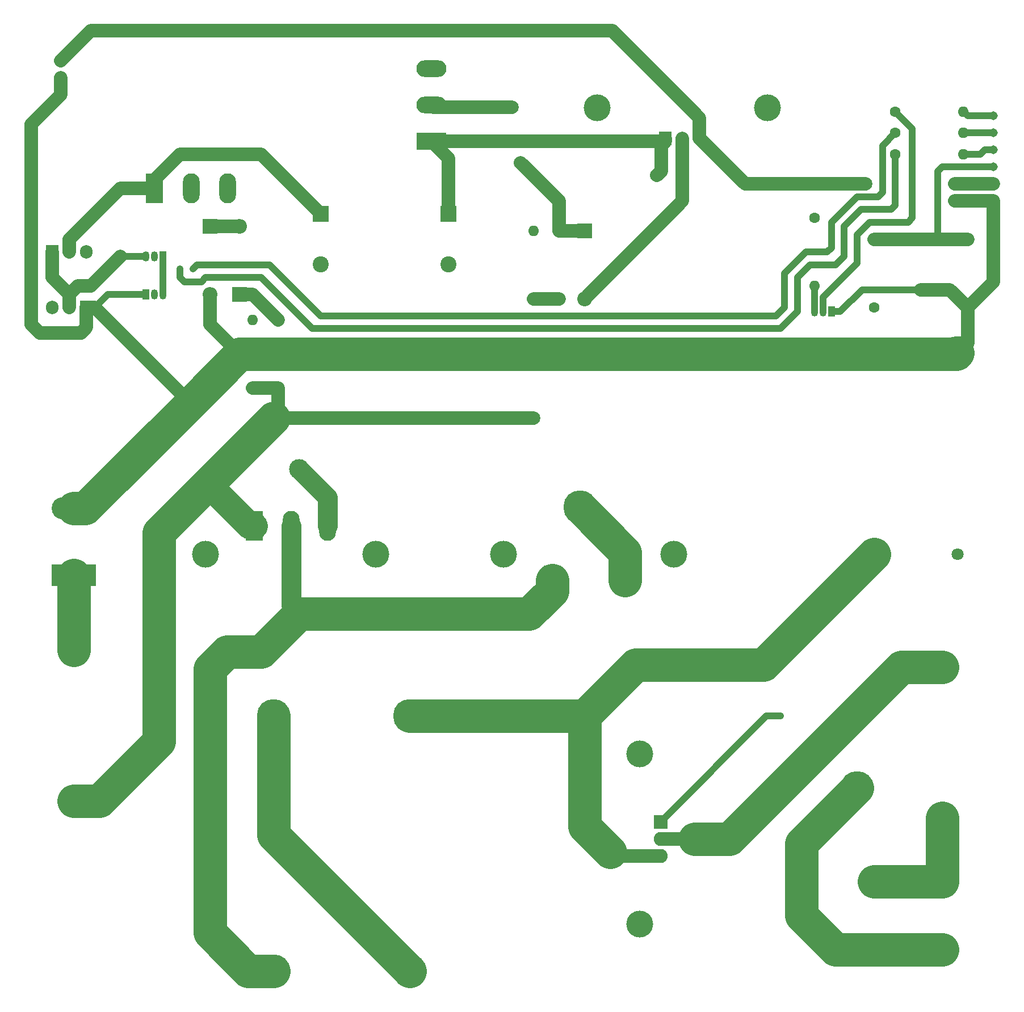
<source format=gbr>
%TF.GenerationSoftware,KiCad,Pcbnew,(5.1.7)-1*%
%TF.CreationDate,2020-10-24T18:30:36+02:00*%
%TF.ProjectId,dcconverter,6463636f-6e76-4657-9274-65722e6b6963,rev?*%
%TF.SameCoordinates,Original*%
%TF.FileFunction,Copper,L2,Bot*%
%TF.FilePolarity,Positive*%
%FSLAX46Y46*%
G04 Gerber Fmt 4.6, Leading zero omitted, Abs format (unit mm)*
G04 Created by KiCad (PCBNEW (5.1.7)-1) date 2020-10-24 18:30:36*
%MOMM*%
%LPD*%
G01*
G04 APERTURE LIST*
%TA.AperFunction,ComponentPad*%
%ADD10C,5.000000*%
%TD*%
%TA.AperFunction,ComponentPad*%
%ADD11C,2.400000*%
%TD*%
%TA.AperFunction,ComponentPad*%
%ADD12R,2.400000X2.400000*%
%TD*%
%TA.AperFunction,ComponentPad*%
%ADD13C,4.000000*%
%TD*%
%TA.AperFunction,ComponentPad*%
%ADD14O,1.905000X2.000000*%
%TD*%
%TA.AperFunction,ComponentPad*%
%ADD15R,1.905000X2.000000*%
%TD*%
%TA.AperFunction,ComponentPad*%
%ADD16C,1.310000*%
%TD*%
%TA.AperFunction,ComponentPad*%
%ADD17R,1.800000X1.800000*%
%TD*%
%TA.AperFunction,ComponentPad*%
%ADD18C,1.800000*%
%TD*%
%TA.AperFunction,ComponentPad*%
%ADD19C,2.000000*%
%TD*%
%TA.AperFunction,ComponentPad*%
%ADD20R,2.500000X4.500000*%
%TD*%
%TA.AperFunction,ComponentPad*%
%ADD21O,2.500000X4.500000*%
%TD*%
%TA.AperFunction,ComponentPad*%
%ADD22R,2.200000X2.200000*%
%TD*%
%TA.AperFunction,ComponentPad*%
%ADD23O,2.200000X2.200000*%
%TD*%
%TA.AperFunction,ComponentPad*%
%ADD24C,3.000000*%
%TD*%
%TA.AperFunction,ComponentPad*%
%ADD25R,6.600000X3.300000*%
%TD*%
%TA.AperFunction,ComponentPad*%
%ADD26O,6.600000X3.300000*%
%TD*%
%TA.AperFunction,ComponentPad*%
%ADD27R,2.085000X2.085000*%
%TD*%
%TA.AperFunction,ComponentPad*%
%ADD28C,2.085000*%
%TD*%
%TA.AperFunction,ComponentPad*%
%ADD29R,4.500000X2.500000*%
%TD*%
%TA.AperFunction,ComponentPad*%
%ADD30O,4.500000X2.500000*%
%TD*%
%TA.AperFunction,ComponentPad*%
%ADD31R,1.050000X1.500000*%
%TD*%
%TA.AperFunction,ComponentPad*%
%ADD32O,1.050000X1.500000*%
%TD*%
%TA.AperFunction,ComponentPad*%
%ADD33C,1.600000*%
%TD*%
%TA.AperFunction,ComponentPad*%
%ADD34O,1.600000X1.600000*%
%TD*%
%TA.AperFunction,ViaPad*%
%ADD35C,5.000000*%
%TD*%
%TA.AperFunction,ViaPad*%
%ADD36C,2.000000*%
%TD*%
%TA.AperFunction,ViaPad*%
%ADD37C,3.000000*%
%TD*%
%TA.AperFunction,ViaPad*%
%ADD38C,1.000000*%
%TD*%
%TA.AperFunction,Conductor*%
%ADD39C,5.000000*%
%TD*%
%TA.AperFunction,Conductor*%
%ADD40C,2.000000*%
%TD*%
%TA.AperFunction,Conductor*%
%ADD41C,1.000000*%
%TD*%
%TA.AperFunction,Conductor*%
%ADD42C,3.000000*%
%TD*%
%TA.AperFunction,Conductor*%
%ADD43C,4.000000*%
%TD*%
G04 APERTURE END LIST*
D10*
%TO.P,L1,3*%
%TO.N,Net-(L1-Pad2)*%
X55880000Y-123825000D03*
%TO.P,L1,1*%
%TO.N,Net-(D1-Pad1)*%
X55880000Y-161925000D03*
%TO.P,L1,4*%
%TO.N,Net-(C1-Pad1)*%
X76200000Y-123825000D03*
%TO.P,L1,2*%
%TO.N,Net-(L1-Pad2)*%
X76200000Y-161925000D03*
%TD*%
D11*
%TO.P,C4,2*%
%TO.N,Net-(C1-Pad2)*%
X62865000Y-56395000D03*
D12*
%TO.P,C4,1*%
%TO.N,Net-(C4-Pad1)*%
X62865000Y-48895000D03*
%TD*%
D11*
%TO.P,C3,2*%
%TO.N,Net-(C1-Pad2)*%
X81915000Y-56395000D03*
D12*
%TO.P,C3,1*%
%TO.N,Net-(C3-Pad1)*%
X81915000Y-48895000D03*
%TD*%
D13*
%TO.P,HS-Q1,1*%
%TO.N,Net-(HS-Q1-Pad1)*%
X45720000Y-99695000D03*
X71120000Y-99695000D03*
%TD*%
D14*
%TO.P,Q8,3*%
%TO.N,Net-(Q1-Pad3)*%
X22860000Y-62865000D03*
%TO.P,Q8,2*%
%TO.N,Net-(Q5-Pad3)*%
X25400000Y-62865000D03*
D15*
%TO.P,Q8,1*%
%TO.N,Net-(C1-Pad2)*%
X27940000Y-62865000D03*
%TD*%
D16*
%TO.P,J5,2*%
%TO.N,Net-(IC1-Pad3)*%
X157480000Y-44450000D03*
%TO.P,J5,1*%
%TO.N,Net-(C1-Pad2)*%
X157480000Y-46990000D03*
%TD*%
%TO.P,J4,2*%
%TO.N,Net-(IC1-Pad3)*%
X24130000Y-26035000D03*
%TO.P,J4,1*%
%TO.N,Net-(C1-Pad2)*%
X24130000Y-28575000D03*
%TD*%
D17*
%TO.P,C1,1*%
%TO.N,Net-(C1-Pad1)*%
X145415000Y-99695000D03*
D18*
%TO.P,C1,2*%
%TO.N,Net-(C1-Pad2)*%
X157915000Y-99695000D03*
%TD*%
D19*
%TO.P,C2,1*%
%TO.N,Net-(C2-Pad1)*%
X152400000Y-52705000D03*
%TO.P,C2,2*%
%TO.N,Net-(C1-Pad2)*%
X152400000Y-60205000D03*
%TD*%
D20*
%TO.P,D1,1*%
%TO.N,Net-(D1-Pad1)*%
X97400000Y-103555000D03*
D21*
%TO.P,D1,2*%
%TO.N,Net-(C1-Pad2)*%
X108300000Y-103555000D03*
%TD*%
D22*
%TO.P,D2,1*%
%TO.N,Net-(D2-Pad1)*%
X102235000Y-51435000D03*
D23*
%TO.P,D2,2*%
%TO.N,Net-(C1-Pad2)*%
X102235000Y-61595000D03*
%TD*%
D22*
%TO.P,D3,1*%
%TO.N,Net-(D3-Pad1)*%
X50800000Y-60960000D03*
D23*
%TO.P,D3,2*%
%TO.N,Net-(D3-Pad2)*%
X50800000Y-50800000D03*
%TD*%
%TO.P,D4,2*%
%TO.N,Net-(C1-Pad2)*%
X46355000Y-60960000D03*
D22*
%TO.P,D4,1*%
%TO.N,Net-(D3-Pad2)*%
X46355000Y-50800000D03*
%TD*%
D24*
%TO.P,F1,2*%
%TO.N,Net-(F1-Pad2)*%
X26035000Y-114025000D03*
%TO.P,F1,1*%
%TO.N,Net-(F1-Pad1)*%
X26035000Y-136525000D03*
%TD*%
%TO.P,F2,1*%
%TO.N,Net-(F2-Pad1)*%
X155575000Y-139065000D03*
%TO.P,F2,2*%
%TO.N,Net-(F2-Pad2)*%
X155575000Y-116565000D03*
%TD*%
D13*
%TO.P,HS-D1,1*%
%TO.N,Net-(HS-D1-Pad1)*%
X90170000Y-99695000D03*
X115570000Y-99695000D03*
%TD*%
%TO.P,HS-IC1,1*%
%TO.N,Net-(HS-IC1-Pad1)*%
X129515001Y-33090001D03*
X104115001Y-33090001D03*
%TD*%
%TO.P,HS-Q2,1*%
%TO.N,Net-(HS-Q2-Pad1)*%
X110490000Y-154940000D03*
X110490000Y-129540000D03*
%TD*%
D15*
%TO.P,IC1,1*%
%TO.N,Net-(C3-Pad1)*%
X114300000Y-37600000D03*
D14*
%TO.P,IC1,2*%
%TO.N,Net-(C1-Pad2)*%
X116840000Y-37600000D03*
%TO.P,IC1,3*%
%TO.N,Net-(IC1-Pad3)*%
X119380000Y-37600000D03*
%TD*%
D25*
%TO.P,J1,1*%
%TO.N,Net-(F1-Pad2)*%
X26035000Y-102870000D03*
D26*
%TO.P,J1,2*%
%TO.N,Net-(C1-Pad2)*%
X26035000Y-92870000D03*
%TD*%
D16*
%TO.P,J2,1*%
%TO.N,Net-(C1-Pad2)*%
X163195000Y-46990000D03*
%TO.P,J2,2*%
%TO.N,Net-(IC1-Pad3)*%
X163195000Y-44450000D03*
%TO.P,J2,3*%
%TO.N,Net-(C2-Pad1)*%
X163195000Y-41910000D03*
%TO.P,J2,4*%
%TO.N,Net-(J2-Pad4)*%
X163195000Y-39370000D03*
%TO.P,J2,5*%
%TO.N,Net-(J2-Pad5)*%
X163195000Y-36830000D03*
%TO.P,J2,6*%
%TO.N,Net-(J2-Pad6)*%
X163195000Y-34290000D03*
%TD*%
D13*
%TO.P,J3,1*%
%TO.N,Net-(F2-Pad1)*%
X145415000Y-148590000D03*
X155575000Y-148590000D03*
%TO.P,J3,2*%
%TO.N,Net-(C1-Pad2)*%
X155575000Y-158750000D03*
X145415000Y-158750000D03*
%TD*%
D20*
%TO.P,Q1,1*%
%TO.N,Net-(F1-Pad1)*%
X52990000Y-95485000D03*
D21*
%TO.P,Q1,2*%
%TO.N,Net-(D1-Pad1)*%
X58440000Y-95485000D03*
%TO.P,Q1,3*%
%TO.N,Net-(Q1-Pad3)*%
X63890000Y-95485000D03*
%TD*%
D27*
%TO.P,Q2,1*%
%TO.N,Net-(Q10-Pad3)*%
X113560000Y-139640000D03*
D28*
%TO.P,Q2,2*%
%TO.N,Net-(F2-Pad2)*%
X113560000Y-142180000D03*
%TO.P,Q2,3*%
%TO.N,Net-(C1-Pad1)*%
X113560000Y-144720000D03*
%TD*%
D29*
%TO.P,Q3,1*%
%TO.N,Net-(C3-Pad1)*%
X79375000Y-38100000D03*
D30*
%TO.P,Q3,2*%
%TO.N,Net-(D2-Pad1)*%
X79375000Y-32650000D03*
%TO.P,Q3,3*%
%TO.N,Net-(Q3-Pad3)*%
X79375000Y-27200000D03*
%TD*%
D21*
%TO.P,Q4,3*%
%TO.N,Net-(Q4-Pad3)*%
X49000000Y-45085000D03*
%TO.P,Q4,2*%
%TO.N,Net-(D3-Pad1)*%
X43550000Y-45085000D03*
D20*
%TO.P,Q4,1*%
%TO.N,Net-(C4-Pad1)*%
X38100000Y-45085000D03*
%TD*%
D31*
%TO.P,Q5,1*%
%TO.N,Net-(Q5-Pad1)*%
X39370000Y-55245000D03*
D32*
%TO.P,Q5,3*%
%TO.N,Net-(Q5-Pad3)*%
X36830000Y-55245000D03*
%TO.P,Q5,2*%
%TO.N,Net-(Q5-Pad2)*%
X38100000Y-55245000D03*
%TD*%
%TO.P,Q6,2*%
%TO.N,Net-(Q6-Pad2)*%
X38100000Y-60960000D03*
%TO.P,Q6,3*%
%TO.N,Net-(Q5-Pad1)*%
X39370000Y-60960000D03*
D31*
%TO.P,Q6,1*%
%TO.N,Net-(C1-Pad2)*%
X36830000Y-60960000D03*
%TD*%
D15*
%TO.P,Q7,1*%
%TO.N,Net-(Q5-Pad3)*%
X22860000Y-54610000D03*
D14*
%TO.P,Q7,2*%
%TO.N,Net-(C4-Pad1)*%
X25400000Y-54610000D03*
%TO.P,Q7,3*%
%TO.N,Net-(Q1-Pad3)*%
X27940000Y-54610000D03*
%TD*%
D32*
%TO.P,Q10,2*%
%TO.N,Net-(Q10-Pad2)*%
X137795000Y-63500000D03*
%TO.P,Q10,3*%
%TO.N,Net-(Q10-Pad3)*%
X136525000Y-63500000D03*
D31*
%TO.P,Q10,1*%
%TO.N,Net-(C1-Pad2)*%
X139065000Y-63500000D03*
%TD*%
D33*
%TO.P,R1,1*%
%TO.N,Net-(C1-Pad1)*%
X145415000Y-62865000D03*
D34*
%TO.P,R1,2*%
%TO.N,Net-(C2-Pad1)*%
X145415000Y-52705000D03*
%TD*%
%TO.P,R2,2*%
%TO.N,Net-(C1-Pad2)*%
X159385000Y-62865000D03*
D33*
%TO.P,R2,1*%
%TO.N,Net-(C2-Pad1)*%
X159385000Y-52705000D03*
%TD*%
D34*
%TO.P,R3,2*%
%TO.N,Net-(D2-Pad1)*%
X98425000Y-51435000D03*
D33*
%TO.P,R3,1*%
%TO.N,Net-(F1-Pad1)*%
X98425000Y-61595000D03*
%TD*%
%TO.P,R4,1*%
%TO.N,Net-(F1-Pad1)*%
X94615000Y-61595000D03*
D34*
%TO.P,R4,2*%
%TO.N,Net-(Q3-Pad3)*%
X94615000Y-51435000D03*
%TD*%
D33*
%TO.P,R5,1*%
%TO.N,Net-(F1-Pad1)*%
X56515000Y-74930000D03*
D34*
%TO.P,R5,2*%
%TO.N,Net-(D3-Pad1)*%
X56515000Y-64770000D03*
%TD*%
%TO.P,R6,2*%
%TO.N,Net-(Q4-Pad3)*%
X52705000Y-64770000D03*
D33*
%TO.P,R6,1*%
%TO.N,Net-(F1-Pad1)*%
X52705000Y-74930000D03*
%TD*%
%TO.P,R7,1*%
%TO.N,Net-(Q5-Pad2)*%
X148590000Y-40005000D03*
D34*
%TO.P,R7,2*%
%TO.N,Net-(J2-Pad4)*%
X158750000Y-40005000D03*
%TD*%
%TO.P,R8,2*%
%TO.N,Net-(J2-Pad5)*%
X158750000Y-36830000D03*
D33*
%TO.P,R8,1*%
%TO.N,Net-(Q6-Pad2)*%
X148590000Y-36830000D03*
%TD*%
%TO.P,R9,1*%
%TO.N,Net-(C4-Pad1)*%
X33020000Y-45085000D03*
D34*
%TO.P,R9,2*%
%TO.N,Net-(Q5-Pad3)*%
X33020000Y-55245000D03*
%TD*%
%TO.P,R10,2*%
%TO.N,Net-(Q10-Pad3)*%
X136525000Y-59690000D03*
D33*
%TO.P,R10,1*%
%TO.N,Net-(C3-Pad1)*%
X136525000Y-49530000D03*
%TD*%
%TO.P,R11,1*%
%TO.N,Net-(Q10-Pad2)*%
X148590000Y-33655000D03*
D34*
%TO.P,R11,2*%
%TO.N,Net-(J2-Pad6)*%
X158750000Y-33655000D03*
%TD*%
D35*
%TO.N,Net-(C1-Pad2)*%
X142875000Y-134620000D03*
X157915000Y-69650000D03*
X101600000Y-92710000D03*
X101600000Y-69850000D03*
D36*
X62865000Y-69850000D03*
X81915000Y-69850000D03*
%TO.N,Net-(C3-Pad1)*%
X113030000Y-43180000D03*
%TO.N,Net-(D2-Pad1)*%
X92710000Y-41275000D03*
X91440000Y-33020000D03*
%TO.N,Net-(F1-Pad1)*%
X94615000Y-79375000D03*
%TO.N,Net-(IC1-Pad3)*%
X144145000Y-44450000D03*
D37*
%TO.N,Net-(Q1-Pad3)*%
X59690000Y-86995000D03*
D38*
%TO.N,Net-(Q10-Pad3)*%
X131445000Y-123825000D03*
%TO.N,Net-(Q5-Pad2)*%
X41910000Y-57150000D03*
%TO.N,Net-(Q6-Pad2)*%
X43815000Y-57150000D03*
%TD*%
D39*
%TO.N,Net-(C1-Pad1)*%
X128905000Y-116205000D02*
X109855000Y-116205000D01*
X145415000Y-99695000D02*
X128905000Y-116205000D01*
X102235000Y-123825000D02*
X109855000Y-116205000D01*
X76200000Y-123825000D02*
X102235000Y-123825000D01*
X102235000Y-123825000D02*
X102235000Y-140335000D01*
X102235000Y-140335000D02*
X106045000Y-144145000D01*
D40*
X106620000Y-144720000D02*
X113560000Y-144720000D01*
X106045000Y-144145000D02*
X106620000Y-144720000D01*
D39*
%TO.N,Net-(C1-Pad2)*%
X145415000Y-158750000D02*
X155575000Y-158750000D01*
X145415000Y-158750000D02*
X139700000Y-158750000D01*
X139700000Y-158750000D02*
X134620000Y-153670000D01*
X134620000Y-142875000D02*
X142875000Y-134620000D01*
X134620000Y-153670000D02*
X134620000Y-142875000D01*
X108300000Y-103555000D02*
X108300000Y-99410000D01*
X108300000Y-99410000D02*
X101600000Y-92710000D01*
X101600000Y-92710000D02*
X101600000Y-92710000D01*
X157715000Y-69850000D02*
X157915000Y-69650000D01*
X50800000Y-69850000D02*
X157715000Y-69850000D01*
X26035000Y-92870000D02*
X27780000Y-92870000D01*
D40*
X156725000Y-60205000D02*
X159385000Y-62865000D01*
X152400000Y-60205000D02*
X156725000Y-60205000D01*
X159385000Y-68180000D02*
X157915000Y-69650000D01*
X159385000Y-62865000D02*
X159385000Y-68180000D01*
X159385000Y-62865000D02*
X163195000Y-59055000D01*
X163195000Y-59055000D02*
X163195000Y-49530000D01*
X51435000Y-69215000D02*
X50800000Y-69850000D01*
X29210000Y-62865000D02*
X43497500Y-77152500D01*
X27940000Y-62865000D02*
X29210000Y-62865000D01*
D39*
X43497500Y-77152500D02*
X50800000Y-69850000D01*
X27780000Y-92870000D02*
X43497500Y-77152500D01*
D41*
X31115000Y-60960000D02*
X29210000Y-62865000D01*
X36830000Y-60960000D02*
X31115000Y-60960000D01*
X139065000Y-63500000D02*
X140335000Y-63500000D01*
X143630000Y-60205000D02*
X152400000Y-60205000D01*
X140335000Y-63500000D02*
X143630000Y-60205000D01*
D40*
X46355000Y-65405000D02*
X50800000Y-69850000D01*
X46355000Y-60960000D02*
X46355000Y-65405000D01*
X116840000Y-46990000D02*
X102235000Y-61595000D01*
X116840000Y-37600000D02*
X116840000Y-46990000D01*
X163195000Y-49530000D02*
X163195000Y-46990000D01*
X163195000Y-46990000D02*
X157480000Y-46990000D01*
X24130000Y-28575000D02*
X24130000Y-31115000D01*
X24130000Y-31115000D02*
X19685000Y-35560000D01*
X19685000Y-35560000D02*
X19685000Y-65405000D01*
X19685000Y-65405000D02*
X20955000Y-66675000D01*
X27940000Y-65865000D02*
X27940000Y-62865000D01*
X27130000Y-66675000D02*
X27940000Y-65865000D01*
X20955000Y-66675000D02*
X27130000Y-66675000D01*
%TO.N,Net-(C2-Pad1)*%
X152400000Y-52705000D02*
X145415000Y-52705000D01*
D41*
X163195000Y-41910000D02*
X155575000Y-41910000D01*
X155575000Y-41910000D02*
X154940000Y-42545000D01*
X154940000Y-42545000D02*
X154940000Y-52705000D01*
D40*
X154940000Y-52705000D02*
X152400000Y-52705000D01*
X159385000Y-52705000D02*
X154940000Y-52705000D01*
%TO.N,Net-(C3-Pad1)*%
X114300000Y-37600000D02*
X114165000Y-37600000D01*
X113665000Y-38100000D02*
X79375000Y-38100000D01*
X114165000Y-37600000D02*
X113665000Y-38100000D01*
X81915000Y-40640000D02*
X79375000Y-38100000D01*
X81915000Y-48895000D02*
X81915000Y-40640000D01*
X114300000Y-37600000D02*
X114300000Y-38100000D01*
X114300000Y-38100000D02*
X113665000Y-38735000D01*
X113665000Y-38735000D02*
X113665000Y-42545000D01*
X113665000Y-42545000D02*
X113030000Y-43180000D01*
X113030000Y-43180000D02*
X113030000Y-43180000D01*
%TO.N,Net-(C4-Pad1)*%
X25400000Y-52705000D02*
X25400000Y-54610000D01*
X33020000Y-45085000D02*
X25400000Y-52705000D01*
X33020000Y-45085000D02*
X38100000Y-45085000D01*
X38100000Y-45085000D02*
X38100000Y-43815000D01*
X38100000Y-43815000D02*
X41910000Y-40005000D01*
X53975000Y-40005000D02*
X62865000Y-48895000D01*
X41910000Y-40005000D02*
X53975000Y-40005000D01*
D39*
%TO.N,Net-(D1-Pad1)*%
X52070000Y-161925000D02*
X55880000Y-161925000D01*
X46355000Y-116840000D02*
X46355000Y-156210000D01*
X46355000Y-156210000D02*
X52070000Y-161925000D01*
X48895000Y-114300000D02*
X46355000Y-116840000D01*
X53975000Y-114300000D02*
X48895000Y-114300000D01*
X59690000Y-108585000D02*
X53975000Y-114300000D01*
D42*
X58440000Y-107335000D02*
X59690000Y-108585000D01*
X58440000Y-95485000D02*
X58440000Y-107335000D01*
D39*
X97400000Y-103555000D02*
X97400000Y-105165000D01*
X93980000Y-108585000D02*
X59690000Y-108585000D01*
X97400000Y-105165000D02*
X93980000Y-108585000D01*
D40*
%TO.N,Net-(D2-Pad1)*%
X102235000Y-51435000D02*
X98425000Y-51435000D01*
X98425000Y-51435000D02*
X98425000Y-46990000D01*
X98425000Y-46990000D02*
X92710000Y-41275000D01*
X92710000Y-41275000D02*
X92710000Y-41275000D01*
X79745000Y-33020000D02*
X79375000Y-32650000D01*
X91440000Y-33020000D02*
X79745000Y-33020000D01*
%TO.N,Net-(D3-Pad1)*%
X52705000Y-60960000D02*
X50800000Y-60960000D01*
X56515000Y-64770000D02*
X52705000Y-60960000D01*
%TO.N,Net-(D3-Pad2)*%
X46355000Y-50800000D02*
X50800000Y-50800000D01*
D39*
%TO.N,Net-(F1-Pad2)*%
X26035000Y-102870000D02*
X26035000Y-114025000D01*
%TO.N,Net-(F1-Pad1)*%
X26035000Y-136525000D02*
X29845000Y-136525000D01*
X29845000Y-136525000D02*
X38735000Y-127635000D01*
X38735000Y-127635000D02*
X38735000Y-96520000D01*
D43*
X52305000Y-95485000D02*
X46037500Y-89217500D01*
X52990000Y-95485000D02*
X52305000Y-95485000D01*
D39*
X46037500Y-89217500D02*
X55880000Y-79375000D01*
X38735000Y-96520000D02*
X46037500Y-89217500D01*
D40*
X56515000Y-78740000D02*
X55880000Y-79375000D01*
X56515000Y-74930000D02*
X56515000Y-78740000D01*
X56515000Y-74930000D02*
X52705000Y-74930000D01*
X98425000Y-61595000D02*
X94615000Y-61595000D01*
X57150000Y-79375000D02*
X56515000Y-78740000D01*
X94615000Y-79375000D02*
X57150000Y-79375000D01*
D39*
%TO.N,Net-(F2-Pad1)*%
X145415000Y-148590000D02*
X155575000Y-148590000D01*
X155575000Y-148590000D02*
X155575000Y-139065000D01*
D40*
%TO.N,Net-(F2-Pad2)*%
X113560000Y-142180000D02*
X118685000Y-142180000D01*
D39*
X118685000Y-142180000D02*
X123885000Y-142180000D01*
X149500000Y-116565000D02*
X155575000Y-116565000D01*
X123885000Y-142180000D02*
X149500000Y-116565000D01*
D40*
%TO.N,Net-(IC1-Pad3)*%
X163195000Y-44450000D02*
X157480000Y-44450000D01*
X126230000Y-44450000D02*
X119380000Y-37600000D01*
X144145000Y-44450000D02*
X126230000Y-44450000D01*
X119380000Y-34600000D02*
X106370000Y-21590000D01*
X119380000Y-37600000D02*
X119380000Y-34600000D01*
X28575000Y-21590000D02*
X24130000Y-26035000D01*
X106370000Y-21590000D02*
X28575000Y-21590000D01*
D41*
%TO.N,Net-(J2-Pad4)*%
X158750000Y-40005000D02*
X161290000Y-40005000D01*
X161925000Y-39370000D02*
X163195000Y-39370000D01*
X161290000Y-40005000D02*
X161925000Y-39370000D01*
%TO.N,Net-(J2-Pad5)*%
X163195000Y-36830000D02*
X158750000Y-36830000D01*
%TO.N,Net-(J2-Pad6)*%
X159385000Y-34290000D02*
X158750000Y-33655000D01*
X163195000Y-34290000D02*
X159385000Y-34290000D01*
D42*
%TO.N,Net-(Q1-Pad3)*%
X63890000Y-95485000D02*
X63890000Y-91195000D01*
X63890000Y-91195000D02*
X59690000Y-86995000D01*
X59690000Y-86995000D02*
X59690000Y-86995000D01*
D41*
%TO.N,Net-(Q10-Pad3)*%
X136525000Y-63500000D02*
X136525000Y-59690000D01*
X129375000Y-123825000D02*
X113560000Y-139640000D01*
X131445000Y-123825000D02*
X129375000Y-123825000D01*
%TO.N,Net-(Q5-Pad1)*%
X39370000Y-60960000D02*
X39370000Y-55245000D01*
D40*
%TO.N,Net-(Q5-Pad3)*%
X25400000Y-62865000D02*
X25400000Y-60960000D01*
X22860000Y-58420000D02*
X22860000Y-54610000D01*
X25400000Y-60960000D02*
X22860000Y-58420000D01*
D41*
X36830000Y-55245000D02*
X33020000Y-55245000D01*
D40*
X33020000Y-55245000D02*
X28575000Y-59690000D01*
X26670000Y-59690000D02*
X25400000Y-60960000D01*
X28575000Y-59690000D02*
X26670000Y-59690000D01*
D41*
%TO.N,Net-(Q5-Pad2)*%
X148590000Y-47625000D02*
X148590000Y-40005000D01*
X147955000Y-48260000D02*
X148590000Y-47625000D01*
X143510000Y-48260000D02*
X147955000Y-48260000D01*
X140970000Y-50800000D02*
X143510000Y-48260000D01*
X53975000Y-58420000D02*
X61595000Y-66040000D01*
X41910000Y-58420000D02*
X42545000Y-59055000D01*
X139700000Y-56515000D02*
X140970000Y-55245000D01*
X42545000Y-59055000D02*
X45085000Y-59055000D01*
X135890000Y-56515000D02*
X139700000Y-56515000D01*
X45085000Y-59055000D02*
X45720000Y-58420000D01*
X133985000Y-58420000D02*
X135890000Y-56515000D01*
X45720000Y-58420000D02*
X53975000Y-58420000D01*
X61595000Y-66040000D02*
X131445000Y-66040000D01*
X131445000Y-66040000D02*
X133985000Y-63500000D01*
X133985000Y-63500000D02*
X133985000Y-58420000D01*
X41910000Y-57150000D02*
X41910000Y-58420000D01*
X140970000Y-55245000D02*
X140970000Y-50800000D01*
%TO.N,Net-(Q6-Pad2)*%
X146685000Y-45720000D02*
X146685000Y-38735000D01*
X43815000Y-57150000D02*
X44450000Y-56515000D01*
X44450000Y-56515000D02*
X55245000Y-56515000D01*
X130810000Y-64135000D02*
X132080000Y-62865000D01*
X55245000Y-56515000D02*
X62865000Y-64135000D01*
X132080000Y-62865000D02*
X132080000Y-57785000D01*
X62865000Y-64135000D02*
X130810000Y-64135000D01*
X135255000Y-54610000D02*
X138430000Y-54610000D01*
X132080000Y-57785000D02*
X135255000Y-54610000D01*
X138430000Y-54610000D02*
X139065000Y-53975000D01*
X139065000Y-53975000D02*
X139065000Y-50165000D01*
X142875000Y-46355000D02*
X146050000Y-46355000D01*
X146685000Y-38735000D02*
X148590000Y-36830000D01*
X139065000Y-50165000D02*
X142875000Y-46355000D01*
X146050000Y-46355000D02*
X146685000Y-45720000D01*
%TO.N,Net-(Q10-Pad2)*%
X151130000Y-36195000D02*
X148590000Y-33655000D01*
X151130000Y-49530000D02*
X151130000Y-36195000D01*
X150495000Y-50165000D02*
X151130000Y-49530000D01*
X144780000Y-50165000D02*
X150495000Y-50165000D01*
X142875000Y-52070000D02*
X144780000Y-50165000D01*
X142875000Y-56240843D02*
X142875000Y-52070000D01*
X137795000Y-61320843D02*
X142875000Y-56240843D01*
X137795000Y-63500000D02*
X137795000Y-61320843D01*
D39*
%TO.N,Net-(L1-Pad2)*%
X55880000Y-141605000D02*
X76200000Y-161925000D01*
X55880000Y-123825000D02*
X55880000Y-141605000D01*
%TD*%
M02*

</source>
